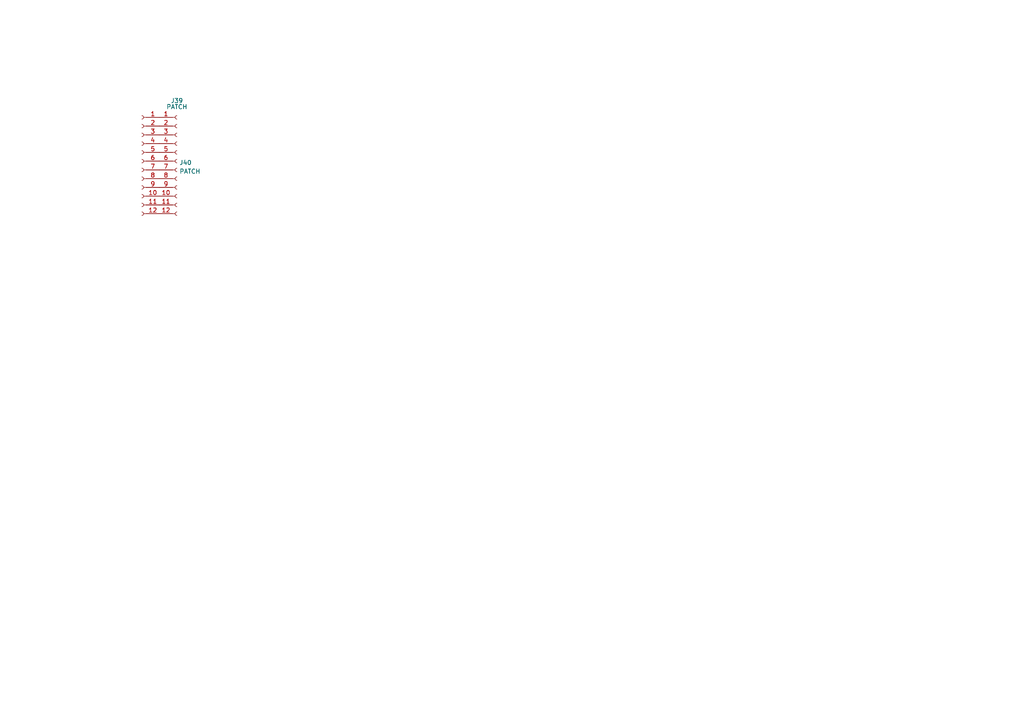
<source format=kicad_sch>
(kicad_sch (version 20231120) (generator "eeschema") (generator_version "8.0")
  (paper "A4")
  (lib_symbols
    (symbol "Connector:Conn_01x12_Female" (pin_names (offset 1.016) hide)
      (property "Reference" "J" (at 0 15.24 0))
      (property "Value" "Conn_01x12_Female" (at 0 -17.78 0))
      (symbol "Conn_01x12_Female_1_1"
        (arc (start 0 -14.732) (mid -0.5058 -15.24) (end 0 -15.748) (stroke (width 0.1524)))
        (arc (start 0 -12.192) (mid -0.5058 -12.7) (end 0 -13.208) (stroke (width 0.1524)))
        (arc (start 0 -9.652) (mid -0.5058 -10.16) (end 0 -10.668) (stroke (width 0.1524)))
        (arc (start 0 -7.112) (mid -0.5058 -7.62) (end 0 -8.128) (stroke (width 0.1524)))
        (arc (start 0 -4.572) (mid -0.5058 -5.08) (end 0 -5.588) (stroke (width 0.1524)))
        (arc (start 0 -2.032) (mid -0.5058 -2.54) (end 0 -3.048) (stroke (width 0.1524)))
        (polyline (pts (xy -1.27 -15.24) (xy -0.508 -15.24)) (stroke (width 0.1524)))
        (polyline (pts (xy -1.27 -12.7) (xy -0.508 -12.7)) (stroke (width 0.1524)))
        (polyline (pts (xy -1.27 -10.16) (xy -0.508 -10.16)) (stroke (width 0.1524)))
        (polyline (pts (xy -1.27 -7.62) (xy -0.508 -7.62)) (stroke (width 0.1524)))
        (polyline (pts (xy -1.27 -5.08) (xy -0.508 -5.08)) (stroke (width 0.1524)))
        (polyline (pts (xy -1.27 -2.54) (xy -0.508 -2.54)) (stroke (width 0.1524)))
        (polyline (pts (xy -1.27 0) (xy -0.508 0)) (stroke (width 0.1524)))
        (polyline (pts (xy -1.27 2.54) (xy -0.508 2.54)) (stroke (width 0.1524)))
        (polyline (pts (xy -1.27 5.08) (xy -0.508 5.08)) (stroke (width 0.1524)))
        (polyline (pts (xy -1.27 7.62) (xy -0.508 7.62)) (stroke (width 0.1524)))
        (polyline (pts (xy -1.27 10.16) (xy -0.508 10.16)) (stroke (width 0.1524)))
        (polyline (pts (xy -1.27 12.7) (xy -0.508 12.7)) (stroke (width 0.1524)))
        (arc (start 0 0.508) (mid -0.5058 0) (end 0 -0.508) (stroke (width 0.1524)))
        (arc (start 0 3.048) (mid -0.5058 2.54) (end 0 2.032) (stroke (width 0.1524)))
        (arc (start 0 5.588) (mid -0.5058 5.08) (end 0 4.572) (stroke (width 0.1524)))
        (arc (start 0 8.128) (mid -0.5058 7.62) (end 0 7.112) (stroke (width 0.1524)))
        (arc (start 0 10.668) (mid -0.5058 10.16) (end 0 9.652) (stroke (width 0.1524)))
        (arc (start 0 13.208) (mid -0.5058 12.7) (end 0 12.192) (stroke (width 0.1524)))
        (pin passive line (at -5.08 12.7 0) (length 3.81) (name "Pin_1") (number "1"))
        (pin passive line (at -5.08 -10.16 0) (length 3.81) (name "Pin_10") (number "10"))
        (pin passive line (at -5.08 -12.7 0) (length 3.81) (name "Pin_11") (number "11"))
        (pin passive line (at -5.08 -15.24 0) (length 3.81) (name "Pin_12") (number "12"))
        (pin passive line (at -5.08 10.16 0) (length 3.81) (name "Pin_2") (number "2"))
        (pin passive line (at -5.08 7.62 0) (length 3.81) (name "Pin_3") (number "3"))
        (pin passive line (at -5.08 5.08 0) (length 3.81) (name "Pin_4") (number "4"))
        (pin passive line (at -5.08 2.54 0) (length 3.81) (name "Pin_5") (number "5"))
        (pin passive line (at -5.08 0 0) (length 3.81) (name "Pin_6") (number "6"))
        (pin passive line (at -5.08 -2.54 0) (length 3.81) (name "Pin_7") (number "7"))
        (pin passive line (at -5.08 -5.08 0) (length 3.81) (name "Pin_8") (number "8"))
        (pin passive line (at -5.08 -7.62 0) (length 3.81) (name "Pin_9") (number "9"))
      )
    )
  )
  (symbol (lib_id "Connector:Conn_01x12_Female") (at 41.148 46.736 0) (mirror y) (unit 1)
    (property "Reference" "J39" (at 51.308 29.21 0))
    (property "Value" "PATCH" (at 51.308 30.988 0))
    (property "Footprint" "Connector_PinSocket_2.54mm:PinSocket_1x12_P2.54mm_Vertical" (effects (hide yes)))
  )
  (symbol (lib_id "Connector:Conn_01x12_Female") (at 51.308 46.736 0) (unit 1)
    (property "Reference" "J40" (at 52.0192 47.1713 0) (effects (justify left)))
    (property "Value" "PATCH" (at 52.0192 49.7082 0) (effects (justify left)))
    (property "Footprint" "Connector_PinSocket_2.54mm:PinSocket_1x12_P2.54mm_Vertical" (effects (hide yes)))
  )
)
</source>
